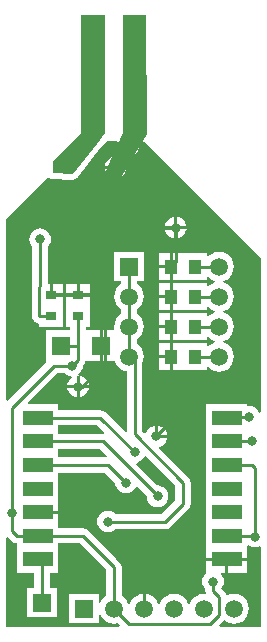
<source format=gbl>
%FSTAX24Y24*%
%MOIN*%
G70*
G01*
G75*
G04 Layer_Physical_Order=2*
G04 Layer_Color=16711680*
%ADD10R,0.0709X0.0709*%
%ADD11R,0.0512X0.0472*%
%ADD12R,0.0374X0.1004*%
%ADD13R,0.1299X0.1004*%
%ADD14R,0.0512X0.0394*%
%ADD15R,0.0394X0.0512*%
%ADD16R,0.0630X0.0630*%
%ADD17O,0.0906X0.0236*%
%ADD18C,0.0100*%
%ADD19R,0.0591X0.0591*%
%ADD20C,0.0591*%
%ADD21C,0.0320*%
%ADD22R,0.0630X0.0630*%
%ADD23R,0.0374X0.0315*%
%ADD24R,0.0984X0.0512*%
G36*
X237751Y186338D02*
X237732Y186292D01*
X236143D01*
Y186369D01*
Y18657D01*
X23752D01*
X237751Y186338D01*
D02*
G37*
G36*
X2377Y1971D02*
X237421Y19675D01*
X236631Y19575D01*
X235951Y19578D01*
Y196138D01*
X236913Y1971D01*
Y201037D01*
X2377D01*
Y1971D01*
D02*
G37*
G36*
X237676Y187118D02*
X237652Y187074D01*
X237625Y187079D01*
X236143D01*
Y187156D01*
Y187357D01*
X237437D01*
X237676Y187118D01*
D02*
G37*
G36*
X239078Y20101D02*
X239108Y19707D01*
X238972Y196845D01*
X242886Y192932D01*
Y187787D01*
X242837Y187778D01*
X242814Y187831D01*
X242757Y187906D01*
X242682Y187964D01*
X242594Y188D01*
X2425Y188013D01*
X242479Y18801D01*
X242442Y188043D01*
Y188068D01*
X241057D01*
Y187156D01*
Y186369D01*
Y185581D01*
Y184794D01*
Y184006D01*
Y183219D01*
Y182937D01*
X242442D01*
Y183219D01*
Y183337D01*
X242487Y18336D01*
X242518Y183335D01*
X242606Y183299D01*
X2427Y183286D01*
X242794Y183299D01*
X242844Y18332D01*
X242886Y183292D01*
Y180646D01*
X241522D01*
X241503Y180692D01*
X241676Y180864D01*
X241686Y180866D01*
X24175Y180817D01*
X241871Y180767D01*
X242Y18075D01*
X242129Y180767D01*
X24225Y180817D01*
X242353Y180896D01*
X242433Y181D01*
X242483Y18112D01*
X2425Y18125D01*
X242483Y181379D01*
X242433Y181499D01*
X242353Y181603D01*
X24225Y181682D01*
X242129Y181732D01*
X242Y181749D01*
X241871Y181732D01*
X241781Y181695D01*
X241737Y181718D01*
X241731Y181748D01*
X241676Y18183D01*
X241581Y181925D01*
X241614Y181968D01*
X241651Y182056D01*
X241663Y18215D01*
X241651Y182244D01*
X241614Y182331D01*
X241557Y182406D01*
X241565Y182431D01*
X2417D01*
Y182837D01*
X241057D01*
Y182431D01*
X241057Y182431D01*
X241057D01*
X241061Y18242D01*
X241043Y182406D01*
X240986Y182331D01*
X240949Y182244D01*
X240937Y18215D01*
X240949Y182056D01*
X240986Y181968D01*
X241043Y181893D01*
X241045Y181891D01*
Y181845D01*
X241058Y181783D01*
X241023Y181746D01*
X241Y181749D01*
X240871Y181732D01*
X24075Y181682D01*
X240647Y181603D01*
X240567Y181499D01*
X240525Y181397D01*
X240475D01*
X240433Y181499D01*
X240353Y181603D01*
X24025Y181682D01*
X240129Y181732D01*
X24Y181749D01*
X239871Y181732D01*
X23975Y181682D01*
X239647Y181603D01*
X239567Y181499D01*
X239525Y181397D01*
X239475D01*
X239433Y181499D01*
X239353Y181603D01*
X23925Y181682D01*
X239129Y181732D01*
X23905Y181743D01*
Y18125D01*
X23895D01*
Y181743D01*
X238871Y181732D01*
X23875Y181682D01*
X238647Y181603D01*
X238567Y181499D01*
X238525Y181397D01*
X238475D01*
X238433Y181499D01*
X238353Y181603D01*
X238255Y181678D01*
Y18265D01*
X238235Y182747D01*
X23818Y18283D01*
X237155Y183855D01*
X237072Y18391D01*
X236975Y18393D01*
X236143D01*
Y184006D01*
Y184412D01*
X23545D01*
Y184512D01*
X236143D01*
Y184794D01*
Y185581D01*
Y185782D01*
X237707D01*
X238037Y185452D01*
X238037Y18545D01*
X238049Y185356D01*
X238086Y185268D01*
X238143Y185193D01*
X238218Y185135D01*
X238306Y185099D01*
X2384Y185086D01*
X238494Y185099D01*
X238582Y185135D01*
X238657Y185193D01*
X238714Y185268D01*
X238728Y185302D01*
X238778Y185312D01*
X239087Y185002D01*
X239087Y185D01*
X239099Y184906D01*
X239136Y184818D01*
X239193Y184743D01*
X239268Y184685D01*
X239356Y184649D01*
X23945Y184636D01*
X239544Y184649D01*
X239632Y184685D01*
X239707Y184743D01*
X239764Y184818D01*
X239801Y184906D01*
X239813Y185D01*
X239801Y185094D01*
X239764Y185181D01*
X239707Y185256D01*
X239632Y185314D01*
X239544Y18535D01*
X23945Y185363D01*
X239448Y185362D01*
X238741Y186069D01*
X238757Y186117D01*
X238778Y186119D01*
X238866Y186156D01*
X238941Y186213D01*
X238999Y186289D01*
X23901Y186316D01*
X239059Y186325D01*
X240045Y185339D01*
Y184855D01*
X239594Y184405D01*
X238058D01*
X238057Y184406D01*
X237982Y184464D01*
X237894Y1845D01*
X2378Y184513D01*
X237706Y1845D01*
X237618Y184464D01*
X237543Y184406D01*
X237486Y184331D01*
X237449Y184244D01*
X237437Y18415D01*
X237449Y184056D01*
X237486Y183968D01*
X237543Y183893D01*
X237618Y183835D01*
X237706Y183799D01*
X2378Y183786D01*
X237894Y183799D01*
X237982Y183835D01*
X238057Y183893D01*
X238058Y183895D01*
X2397D01*
X239798Y183914D01*
X23988Y183969D01*
X24048Y184569D01*
X240536Y184652D01*
X240555Y18475D01*
Y185445D01*
X240536Y185542D01*
X24048Y185625D01*
X239492Y186613D01*
X239505Y186649D01*
X239592Y186685D01*
X239667Y186743D01*
X239725Y186818D01*
X239761Y186906D01*
X239767Y18695D01*
X239411D01*
Y186999D01*
X239361D01*
Y187356D01*
X239317Y18735D01*
X239229Y187314D01*
X239154Y187256D01*
X239096Y187181D01*
X239063Y187101D01*
X239014Y187091D01*
X238939Y187166D01*
Y189416D01*
X238983Y18952D01*
X239Y18965D01*
X238983Y189779D01*
X238933Y189899D01*
X238853Y190003D01*
X238755Y190078D01*
Y190221D01*
X238853Y190296D01*
X238933Y1904D01*
X238983Y19052D01*
X239Y19065D01*
X238983Y190779D01*
X238933Y190899D01*
X238853Y191003D01*
X238755Y191078D01*
Y191221D01*
X238853Y191296D01*
X238933Y1914D01*
X238983Y19152D01*
X239Y19165D01*
X238983Y191779D01*
X238933Y191899D01*
X238853Y192003D01*
X238755Y192078D01*
Y192154D01*
X238995D01*
Y193145D01*
X238005D01*
Y192154D01*
X238245D01*
Y192078D01*
X238147Y192003D01*
X238067Y191899D01*
X238017Y191779D01*
X238Y19165D01*
X238017Y19152D01*
X238067Y1914D01*
X238147Y191296D01*
X238245Y191221D01*
Y191078D01*
X238147Y191003D01*
X238067Y190899D01*
X238017Y190779D01*
X238Y19065D01*
X238011Y190566D01*
X237978Y190528D01*
X237632D01*
Y190013D01*
Y189498D01*
X238027D01*
X238067Y1894D01*
X238147Y189296D01*
X23825Y189217D01*
X238371Y189167D01*
X238429Y189159D01*
Y187151D01*
X238383Y187132D01*
X237723Y187792D01*
X23764Y187847D01*
X237543Y187867D01*
X236143D01*
Y188068D01*
X235144D01*
X235125Y188114D01*
X236106Y189095D01*
X236342D01*
X236343Y189093D01*
X236418Y189035D01*
X236506Y188999D01*
X236576Y18899D01*
X236589Y188941D01*
X236543Y188906D01*
X236486Y188831D01*
X236449Y188744D01*
X236443Y1887D01*
X23675D01*
Y189006D01*
X2368Y189013D01*
X236824Y18901D01*
X236811Y189058D01*
X236857Y189093D01*
X236914Y189168D01*
X236951Y189256D01*
X236963Y18935D01*
X236963Y189352D01*
X23698Y189369D01*
X237036Y189452D01*
X237045Y189498D01*
X237067D01*
Y189498D01*
X237532D01*
Y190013D01*
Y190528D01*
X237067D01*
D01*
X237067D01*
X237055Y19054D01*
Y190638D01*
X237187D01*
Y191346D01*
Y191654D01*
X236413D01*
Y191346D01*
Y190638D01*
X236545D01*
Y190528D01*
X235728D01*
Y189498D01*
X235728Y189498D01*
X235728D01*
X235746Y189456D01*
X234458Y188168D01*
X234412Y188187D01*
Y194239D01*
X235808Y195635D01*
X235836Y195616D01*
X235864Y195595D01*
X235869Y195594D01*
X235873Y195592D01*
X235907Y195585D01*
X235942Y195576D01*
X236622Y195546D01*
X236638Y195549D01*
X236654Y195547D01*
X236677Y195555D01*
X2367Y195558D01*
X236714Y195567D01*
X23673Y195572D01*
X236748Y195587D01*
X236768Y1956D01*
X236778Y195613D01*
X236791Y195624D01*
X23758Y196623D01*
X237757Y196845D01*
X238116D01*
X238144Y196804D01*
X23814Y196794D01*
X238134Y19675D01*
X238291Y1971D01*
Y201037D01*
X239051D01*
X239078Y20101D01*
D02*
G37*
G36*
X234595Y183495D02*
X234677Y183439D01*
X234758Y183423D01*
Y183219D01*
Y182431D01*
X235345D01*
Y181945D01*
X235105D01*
Y180954D01*
X236095D01*
Y181945D01*
X235855D01*
Y182431D01*
X236143D01*
Y183219D01*
Y18342D01*
X236869D01*
X237745Y182544D01*
Y181678D01*
X237647Y181603D01*
X237567Y181499D01*
X237544Y181444D01*
X237495Y181453D01*
Y181745D01*
X236505D01*
Y180754D01*
X237495D01*
Y181046D01*
X237544Y181056D01*
X237567Y181D01*
X237647Y180896D01*
X23775Y180817D01*
X237871Y180767D01*
X238Y18075D01*
X238123Y180766D01*
X238197Y180692D01*
X238178Y180646D01*
X234412D01*
Y183612D01*
X234458Y183631D01*
X234595Y183495D01*
D02*
G37*
%LPC*%
G36*
X235535Y19392D02*
X235441Y193907D01*
X235353Y193871D01*
X235278Y193813D01*
X23522Y193738D01*
X235184Y193651D01*
X235172Y193557D01*
X235184Y193463D01*
X23522Y193375D01*
X235278Y1933D01*
X23528Y193299D01*
Y192067D01*
X235278Y192063D01*
X235258Y191966D01*
Y191019D01*
X235278Y190922D01*
X235333Y190839D01*
X235357Y190815D01*
X235439Y19076D01*
X235513Y190745D01*
Y190638D01*
X236287D01*
Y191346D01*
Y191654D01*
X2359D01*
Y191704D01*
X23585D01*
Y192061D01*
X23579D01*
Y193299D01*
X235791Y1933D01*
X235849Y193375D01*
X235885Y193463D01*
X235898Y193557D01*
X235885Y193651D01*
X235849Y193738D01*
X235791Y193813D01*
X235716Y193871D01*
X235629Y193907D01*
X235535Y19392D01*
D02*
G37*
G36*
X239856Y190106D02*
X239509D01*
Y1897D01*
X239856D01*
Y190106D01*
D02*
G37*
G36*
Y1906D02*
X239509D01*
Y190194D01*
X239856D01*
Y1906D01*
D02*
G37*
G36*
Y192106D02*
X239509D01*
Y1917D01*
X239856D01*
Y192106D01*
D02*
G37*
G36*
Y1916D02*
X239509D01*
Y191194D01*
X239856D01*
Y1916D01*
D02*
G37*
G36*
Y191106D02*
X239509D01*
Y1907D01*
X239856D01*
Y191106D01*
D02*
G37*
G36*
X23675Y1886D02*
X236443D01*
X236449Y188556D01*
X236486Y188468D01*
X236543Y188393D01*
X236618Y188335D01*
X236706Y188299D01*
X23675Y188293D01*
Y1886D01*
D02*
G37*
G36*
X239461Y187356D02*
Y18705D01*
X239767D01*
X239761Y187094D01*
X239725Y187181D01*
X239667Y187256D01*
X239592Y187314D01*
X239505Y18735D01*
X239461Y187356D01*
D02*
G37*
G36*
X242442Y182837D02*
X2418D01*
Y182431D01*
X242442D01*
Y182837D01*
D02*
G37*
G36*
X239856Y1896D02*
X239509D01*
Y189194D01*
X239856D01*
Y1896D01*
D02*
G37*
G36*
X23685Y189006D02*
Y1887D01*
X237157D01*
X237151Y188744D01*
X237114Y188831D01*
X237057Y188906D01*
X236982Y188964D01*
X236894Y189D01*
X23685Y189006D01*
D02*
G37*
G36*
X237157Y1886D02*
X23685D01*
Y188293D01*
X236894Y188299D01*
X236982Y188335D01*
X237057Y188393D01*
X237114Y188468D01*
X237151Y188556D01*
X237157Y1886D01*
D02*
G37*
G36*
X238093Y195594D02*
X238091Y195594D01*
Y195593D01*
X238093Y195594D01*
D02*
G37*
G36*
X240112Y194307D02*
Y194D01*
X240419D01*
X240413Y194044D01*
X240377Y194132D01*
X240319Y194207D01*
X240244Y194265D01*
X240156Y194301D01*
X240112Y194307D01*
D02*
G37*
G36*
X240012D02*
X239968Y194301D01*
X239881Y194265D01*
X239805Y194207D01*
X239748Y194132D01*
X239711Y194044D01*
X239706Y194D01*
X240012D01*
Y194307D01*
D02*
G37*
G36*
X238396Y19589D02*
X238259Y195664D01*
X238297Y195693D01*
X238355Y195768D01*
X238391Y195856D01*
X238396Y19589D01*
D02*
G37*
G36*
X238845Y196634D02*
X238714Y196418D01*
X238747Y196443D01*
X238805Y196518D01*
X238841Y196606D01*
X238845Y196634D01*
D02*
G37*
G36*
X237929Y196294D02*
X237859Y196264D01*
X237784Y196207D01*
X237726Y196132D01*
X23769Y196044D01*
X237684Y196D01*
X237796D01*
X237929Y196294D01*
D02*
G37*
G36*
X237751Y1959D02*
X237684D01*
X23769Y195856D01*
X237709Y195809D01*
X237751Y1959D01*
D02*
G37*
G36*
X240419Y1939D02*
X240112D01*
Y193594D01*
X240156Y1936D01*
X240244Y193636D01*
X240319Y193694D01*
X240377Y193769D01*
X240413Y193856D01*
X240419Y1939D01*
D02*
G37*
G36*
X237187Y192061D02*
X23685D01*
Y191754D01*
X237187D01*
Y192061D01*
D02*
G37*
G36*
X23675D02*
X236413D01*
Y191754D01*
X23675D01*
Y192061D01*
D02*
G37*
G36*
X236287D02*
X23595D01*
Y191754D01*
X236287D01*
Y192061D01*
D02*
G37*
G36*
X239856Y1926D02*
X239509D01*
Y192194D01*
X239856D01*
Y1926D01*
D02*
G37*
G36*
X240012Y1939D02*
X239706D01*
X239711Y193856D01*
X239748Y193769D01*
X239805Y193694D01*
X239881Y193636D01*
X239968Y1936D01*
X240012Y193594D01*
Y1939D01*
D02*
G37*
G36*
X2415Y193149D02*
X241371Y193132D01*
X24125Y193082D01*
X241147Y193003D01*
X241138Y192991D01*
X241091Y193007D01*
Y193106D01*
X239956D01*
Y192649D01*
Y192194D01*
X241091D01*
Y192292D01*
X241138Y192308D01*
X241147Y192296D01*
X24125Y192217D01*
X241353Y192175D01*
Y192125D01*
X24125Y192082D01*
X241147Y192003D01*
X241138Y191991D01*
X241091Y192007D01*
Y192106D01*
X239956D01*
Y191649D01*
Y191194D01*
X241091D01*
Y191292D01*
X241138Y191308D01*
X241147Y191296D01*
X24125Y191217D01*
X241353Y191175D01*
Y191125D01*
X24125Y191082D01*
X241147Y191003D01*
X241138Y190991D01*
X241091Y191007D01*
Y191106D01*
X239956D01*
Y19065D01*
Y190194D01*
X241091D01*
Y190292D01*
X241138Y190308D01*
X241147Y190296D01*
X24125Y190217D01*
X241353Y190175D01*
Y190125D01*
X24125Y190082D01*
X241147Y190003D01*
X241138Y189991D01*
X241091Y190007D01*
Y190106D01*
X239956D01*
Y18965D01*
Y189194D01*
X241091D01*
Y189292D01*
X241138Y189308D01*
X241147Y189296D01*
X24125Y189217D01*
X241371Y189167D01*
X2415Y18915D01*
X241629Y189167D01*
X24175Y189217D01*
X241853Y189296D01*
X241933Y1894D01*
X241983Y18952D01*
X242Y18965D01*
X241983Y189779D01*
X241933Y189899D01*
X241853Y190003D01*
X24175Y190082D01*
X241647Y190125D01*
Y190175D01*
X24175Y190217D01*
X241853Y190296D01*
X241933Y1904D01*
X241983Y19052D01*
X242Y19065D01*
X241983Y190779D01*
X241933Y190899D01*
X241853Y191003D01*
X24175Y191082D01*
X241647Y191125D01*
Y191175D01*
X24175Y191217D01*
X241853Y191296D01*
X241933Y1914D01*
X241983Y19152D01*
X242Y19165D01*
X241983Y191779D01*
X241933Y191899D01*
X241853Y192003D01*
X24175Y192082D01*
X241647Y192125D01*
Y192175D01*
X24175Y192217D01*
X241853Y192296D01*
X241933Y1924D01*
X241983Y19252D01*
X242Y19265D01*
X241983Y192779D01*
X241933Y192899D01*
X241853Y193003D01*
X24175Y193082D01*
X241629Y193132D01*
X2415Y193149D01*
D02*
G37*
G36*
X239856Y193106D02*
X239509D01*
Y1927D01*
X239856D01*
Y193106D01*
D02*
G37*
%LPD*%
D15*
X240694Y19165D02*
D03*
X239906D02*
D03*
X240694Y19265D02*
D03*
X239906D02*
D03*
X240694Y19065D02*
D03*
X239906D02*
D03*
X240694Y18965D02*
D03*
X239906D02*
D03*
D18*
X2377Y189423D02*
Y193163D01*
X2368Y191704D02*
X2377D01*
X2346Y18385D02*
Y18795D01*
X2368Y190013D02*
Y190995D01*
Y18955D02*
Y190013D01*
X236243D02*
X2368D01*
X240653Y182887D02*
Y186076D01*
Y182887D02*
X24175D01*
X239138D02*
X240653D01*
X239865Y187454D02*
X239906Y187495D01*
X239411Y187D02*
X239865Y187454D01*
Y186864D02*
Y187454D01*
Y186864D02*
X240653Y186076D01*
X239906Y187495D02*
Y18965D01*
X2403Y18475D02*
Y185445D01*
X238684Y187061D02*
X2403Y185445D01*
X238684Y187061D02*
Y189465D01*
X237543Y187612D02*
X238684Y18647D01*
X23545Y187612D02*
X237543D01*
X2385Y18965D02*
X238684Y189465D01*
X235535Y191988D02*
Y193557D01*
X235513Y191019D02*
Y191966D01*
Y191019D02*
X235537Y190995D01*
X235513Y191966D02*
X235535Y191988D01*
X235537Y190995D02*
X2359D01*
X2366Y18935D02*
X2368Y18955D01*
Y18865D02*
X236927D01*
X2377Y189423D01*
X239906Y19165D02*
Y19265D01*
Y19065D02*
Y19165D01*
Y18965D02*
Y19065D01*
Y19265D02*
X240062Y192806D01*
Y19395D01*
X238487D02*
X240062D01*
X2377Y193163D02*
X238487Y19395D01*
X2359Y191704D02*
X2368D01*
X240694Y18965D02*
X2415D01*
X240694Y19065D02*
X2415D01*
X240694Y19165D02*
X2415D01*
X240694Y19265D02*
X2415D01*
X2346Y18795D02*
X236Y18935D01*
X2367Y18875D02*
X2368Y18865D01*
X236Y18935D02*
X2366D01*
X2385Y19165D02*
Y19265D01*
Y19065D02*
Y19165D01*
Y18965D02*
Y19065D01*
X2397Y18415D02*
X2403Y18475D01*
X2378Y18415D02*
X2397D01*
X2383Y18275D02*
X239D01*
X236587Y184462D02*
X2383Y18275D01*
X23545Y184462D02*
X236587D01*
X2346Y18385D02*
X234775Y183675D01*
X23545D01*
X2385Y18075D02*
X2412D01*
X2413Y181845D02*
Y18215D01*
Y181845D02*
X241495Y18165D01*
Y181044D02*
Y18165D01*
X2412Y18075D02*
X241495Y181044D01*
X238Y18125D02*
X2385Y18075D01*
X242675Y183675D02*
X2427Y18365D01*
X24175Y183675D02*
X242675D01*
X2427Y18365D02*
Y18595D01*
X242613Y186037D02*
X2427Y18595D01*
X24175Y186037D02*
X242613D01*
X239Y18275D02*
X239138Y182887D01*
X239Y18125D02*
Y18275D01*
X238Y18125D02*
Y18265D01*
X236975Y183675D02*
X238Y18265D01*
X23545Y183675D02*
X236975D01*
X24175Y187612D02*
X241787Y18765D01*
X2425D01*
X24175Y186824D02*
X242575D01*
X2426Y18685D01*
X23545Y182887D02*
X2356Y182738D01*
Y18145D02*
Y182738D01*
X23545Y186037D02*
X237813D01*
X2384Y18545D01*
X23545Y186824D02*
X237625D01*
X23945Y185D01*
D19*
X237Y18125D02*
D03*
X2356Y18145D02*
D03*
X2385Y19265D02*
D03*
D20*
X238Y18125D02*
D03*
X239D02*
D03*
X24D02*
D03*
X241D02*
D03*
X242D02*
D03*
X2385Y19165D02*
D03*
Y19065D02*
D03*
Y18965D02*
D03*
X2415Y19265D02*
D03*
Y19165D02*
D03*
Y19065D02*
D03*
Y18965D02*
D03*
D21*
X236241Y196D02*
D03*
X237141Y1968D02*
D03*
X238041Y19595D02*
D03*
X238491Y1967D02*
D03*
X239411Y187D02*
D03*
X238684Y18647D02*
D03*
X235535Y193557D02*
D03*
X240062Y19395D02*
D03*
X2368Y18865D02*
D03*
X2366Y18935D02*
D03*
X234606Y184443D02*
D03*
X2378Y18415D02*
D03*
X2413Y18215D02*
D03*
X2427Y18365D02*
D03*
X2425Y18765D02*
D03*
X2426Y18685D02*
D03*
X2384Y18545D02*
D03*
X23945Y185D02*
D03*
D22*
X236243Y190013D02*
D03*
X237582D02*
D03*
D23*
X2359Y191704D02*
D03*
Y190995D02*
D03*
X2368D02*
D03*
Y191704D02*
D03*
D24*
X24175Y187612D02*
D03*
Y186824D02*
D03*
Y186037D02*
D03*
Y18525D02*
D03*
Y184462D02*
D03*
Y183675D02*
D03*
Y182887D02*
D03*
X23545Y187612D02*
D03*
Y186824D02*
D03*
Y186037D02*
D03*
Y18525D02*
D03*
Y184462D02*
D03*
Y183675D02*
D03*
Y182887D02*
D03*
M02*

</source>
